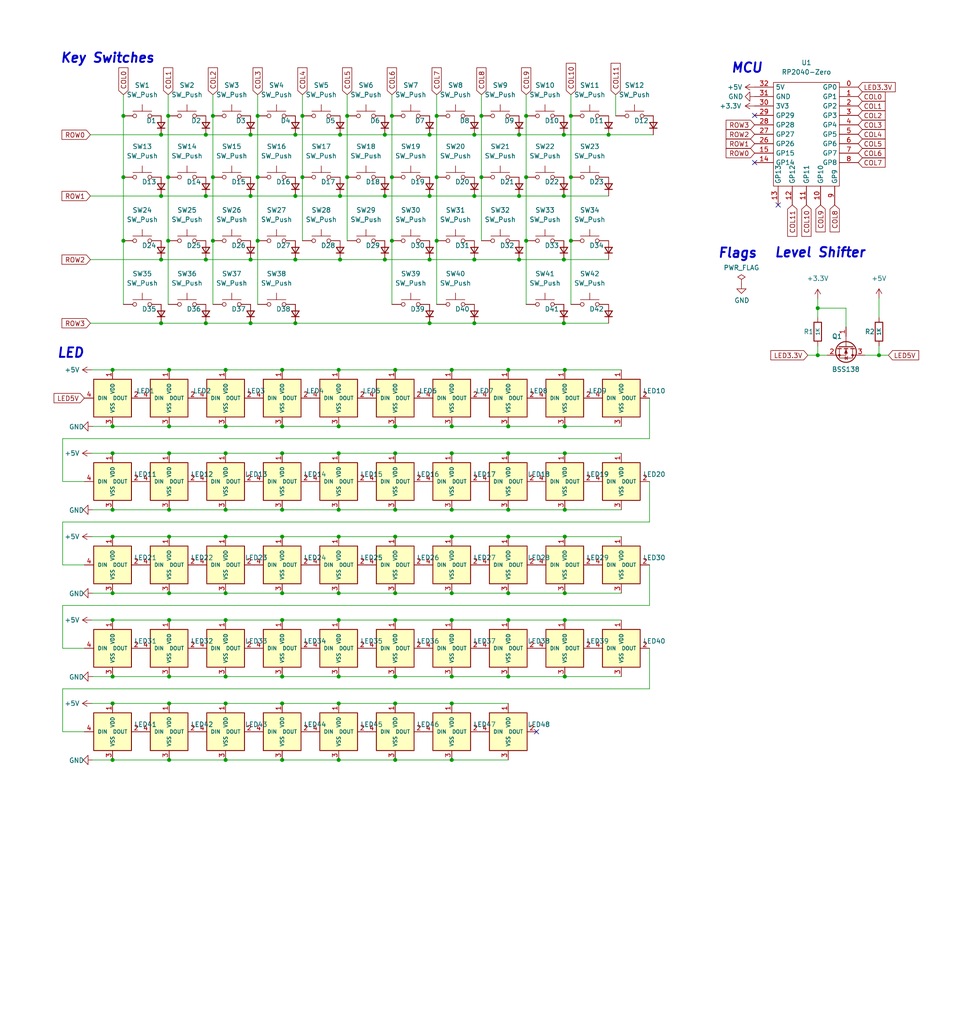
<source format=kicad_sch>
(kicad_sch (version 20230121) (generator eeschema)
  (paper "User" 260.985 275.996)
  (junction (at 106.553 204.851))
  (junction (at 43.434 52.832))
  (junction (at 153.924 64.897))
  (junction (at 67.564 52.832))
  (junction (at 121.793 159.893))
  (junction (at 91.313 144.653))
  (junction (at 91.313 204.851))
  (junction (at 115.824 69.977))
  (junction (at 33.274 64.897))
  (junction (at 121.793 167.132))
  (junction (at 137.033 137.414))
  (junction (at 152.019 87.122))
  (junction (at 103.759 52.832))
  (junction (at 137.033 122.174))
  (junction (at 76.073 144.653))
  (junction (at 60.833 122.174))
  (junction (at 43.434 87.122))
  (junction (at 60.833 204.851))
  (junction (at 137.033 167.132))
  (junction (at 91.313 167.132))
  (junction (at 141.859 47.752))
  (junction (at 105.664 64.897))
  (junction (at 76.073 159.893))
  (junction (at 127.889 36.322))
  (junction (at 106.553 189.611))
  (junction (at 79.629 36.322))
  (junction (at 30.353 144.653))
  (junction (at 30.353 122.174))
  (junction (at 121.793 182.372))
  (junction (at 91.313 114.935))
  (junction (at 45.593 114.935))
  (junction (at 33.274 31.242))
  (junction (at 91.313 182.372))
  (junction (at 45.593 167.132))
  (junction (at 60.833 182.372))
  (junction (at 93.599 47.752))
  (junction (at 45.593 99.695))
  (junction (at 152.019 52.832))
  (junction (at 60.833 167.132))
  (junction (at 76.073 137.414))
  (junction (at 43.434 36.322))
  (junction (at 115.824 87.122))
  (junction (at 152.273 99.695))
  (junction (at 121.793 137.414))
  (junction (at 30.353 204.851))
  (junction (at 152.273 114.935))
  (junction (at 45.593 122.174))
  (junction (at 121.793 114.935))
  (junction (at 57.404 31.242))
  (junction (at 153.924 47.752))
  (junction (at 76.073 189.611))
  (junction (at 127.889 69.977))
  (junction (at 91.694 52.832))
  (junction (at 141.859 64.897))
  (junction (at 152.019 69.977))
  (junction (at 121.793 144.653))
  (junction (at 152.273 122.174))
  (junction (at 106.553 167.132))
  (junction (at 220.472 83.058))
  (junction (at 139.954 52.832))
  (junction (at 91.313 189.611))
  (junction (at 79.629 69.977))
  (junction (at 91.694 69.977))
  (junction (at 55.499 69.977))
  (junction (at 152.273 182.372))
  (junction (at 45.339 64.897))
  (junction (at 69.469 31.242))
  (junction (at 137.033 182.372))
  (junction (at 76.073 114.935))
  (junction (at 91.313 122.174))
  (junction (at 60.833 99.695))
  (junction (at 76.073 99.695))
  (junction (at 127.889 52.832))
  (junction (at 115.824 52.832))
  (junction (at 57.404 64.897))
  (junction (at 137.033 114.935))
  (junction (at 137.033 99.695))
  (junction (at 106.553 144.653))
  (junction (at 106.553 122.174))
  (junction (at 76.073 182.372))
  (junction (at 30.353 167.132))
  (junction (at 164.084 36.322))
  (junction (at 103.759 36.322))
  (junction (at 117.729 31.242))
  (junction (at 106.553 159.893))
  (junction (at 105.664 31.242))
  (junction (at 93.599 31.242))
  (junction (at 60.833 159.893))
  (junction (at 30.353 159.893))
  (junction (at 117.729 64.897))
  (junction (at 152.019 36.322))
  (junction (at 76.073 122.174))
  (junction (at 45.593 144.653))
  (junction (at 45.339 31.242))
  (junction (at 60.833 144.653))
  (junction (at 105.664 47.752))
  (junction (at 91.313 159.893))
  (junction (at 45.593 189.611))
  (junction (at 45.593 204.851))
  (junction (at 153.924 31.242))
  (junction (at 60.833 137.414))
  (junction (at 121.793 204.851))
  (junction (at 33.274 47.752))
  (junction (at 45.593 159.893))
  (junction (at 30.353 137.414))
  (junction (at 55.499 87.122))
  (junction (at 106.553 137.414))
  (junction (at 30.353 182.372))
  (junction (at 57.404 47.752))
  (junction (at 137.033 159.893))
  (junction (at 43.434 69.977))
  (junction (at 55.499 52.832))
  (junction (at 141.859 31.242))
  (junction (at 115.824 36.322))
  (junction (at 106.553 99.695))
  (junction (at 152.273 137.414))
  (junction (at 69.469 64.897))
  (junction (at 60.833 189.611))
  (junction (at 91.313 99.695))
  (junction (at 220.472 95.758))
  (junction (at 76.073 204.851))
  (junction (at 103.759 69.977))
  (junction (at 30.353 99.695))
  (junction (at 152.273 144.653))
  (junction (at 152.273 167.132))
  (junction (at 139.954 36.322))
  (junction (at 91.694 36.322))
  (junction (at 67.564 69.977))
  (junction (at 152.273 159.893))
  (junction (at 106.553 114.935))
  (junction (at 55.499 36.322))
  (junction (at 139.954 69.977))
  (junction (at 137.033 144.653))
  (junction (at 79.629 52.832))
  (junction (at 121.793 189.611))
  (junction (at 91.313 137.414))
  (junction (at 79.629 87.122))
  (junction (at 236.982 95.758))
  (junction (at 127.889 87.122))
  (junction (at 69.469 47.752))
  (junction (at 45.593 137.414))
  (junction (at 45.339 47.752))
  (junction (at 106.553 182.372))
  (junction (at 60.833 114.935))
  (junction (at 67.564 87.122))
  (junction (at 30.353 189.611))
  (junction (at 76.073 167.132))
  (junction (at 121.793 122.174))
  (junction (at 121.793 99.695))
  (junction (at 81.534 31.242))
  (junction (at 45.593 182.372))
  (junction (at 81.534 47.752))
  (junction (at 30.353 114.935))
  (junction (at 129.794 31.242))
  (junction (at 67.564 36.322))
  (junction (at 117.729 47.752))
  (junction (at 129.794 47.752))
  (no_connect (at 144.653 197.231))
  (no_connect (at 203.454 43.815))
  (no_connect (at 203.454 31.115))
  (no_connect (at 209.804 55.245))
  (wire (pts (xy 60.833 189.611) (xy 76.073 189.611)))
  (wire (pts (xy 152.019 87.122) (xy 164.084 87.122)))
  (wire (pts (xy 129.794 47.752) (xy 129.794 64.897)))
  (wire (pts (xy 152.273 99.695) (xy 167.513 99.695)))
  (wire (pts (xy 141.859 31.242) (xy 141.859 47.752)))
  (wire (pts (xy 43.434 36.322) (xy 55.499 36.322)))
  (wire (pts (xy 30.353 122.174) (xy 45.593 122.174)))
  (wire (pts (xy 121.793 189.611) (xy 137.033 189.611)))
  (wire (pts (xy 30.353 159.893) (xy 45.593 159.893)))
  (wire (pts (xy 220.472 95.758) (xy 223.012 95.758)))
  (wire (pts (xy 228.092 83.058) (xy 228.092 88.138)))
  (wire (pts (xy 152.273 167.132) (xy 167.513 167.132)))
  (wire (pts (xy 91.313 144.653) (xy 106.553 144.653)))
  (wire (pts (xy 105.664 47.752) (xy 105.664 64.897)))
  (wire (pts (xy 55.499 52.832) (xy 67.564 52.832)))
  (wire (pts (xy 152.273 159.893) (xy 167.513 159.893)))
  (wire (pts (xy 152.273 137.414) (xy 167.513 137.414)))
  (wire (pts (xy 106.553 159.893) (xy 121.793 159.893)))
  (wire (pts (xy 93.599 25.527) (xy 93.599 31.242)))
  (wire (pts (xy 57.404 25.527) (xy 57.404 31.242)))
  (wire (pts (xy 175.133 152.273) (xy 175.133 163.195)))
  (wire (pts (xy 139.954 52.832) (xy 152.019 52.832)))
  (wire (pts (xy 16.891 152.273) (xy 22.733 152.273)))
  (wire (pts (xy 30.353 137.414) (xy 45.593 137.414)))
  (wire (pts (xy 25.019 159.893) (xy 30.353 159.893)))
  (wire (pts (xy 45.593 122.174) (xy 60.833 122.174)))
  (wire (pts (xy 91.313 122.174) (xy 106.553 122.174)))
  (wire (pts (xy 115.824 87.122) (xy 127.889 87.122)))
  (wire (pts (xy 106.553 137.414) (xy 121.793 137.414)))
  (wire (pts (xy 24.384 52.832) (xy 43.434 52.832)))
  (wire (pts (xy 67.564 36.322) (xy 79.629 36.322)))
  (wire (pts (xy 121.793 182.372) (xy 137.033 182.372)))
  (wire (pts (xy 106.553 122.174) (xy 121.793 122.174)))
  (wire (pts (xy 55.499 36.322) (xy 67.564 36.322)))
  (wire (pts (xy 55.499 87.122) (xy 67.564 87.122)))
  (wire (pts (xy 16.891 174.752) (xy 22.733 174.752)))
  (wire (pts (xy 106.553 204.851) (xy 121.793 204.851)))
  (wire (pts (xy 106.553 144.653) (xy 121.793 144.653)))
  (wire (pts (xy 117.729 47.752) (xy 117.729 64.897)))
  (wire (pts (xy 33.274 47.752) (xy 33.274 64.897)))
  (wire (pts (xy 115.824 36.322) (xy 127.889 36.322)))
  (wire (pts (xy 121.793 144.653) (xy 137.033 144.653)))
  (wire (pts (xy 45.593 204.851) (xy 60.833 204.851)))
  (wire (pts (xy 24.765 189.611) (xy 30.353 189.611)))
  (wire (pts (xy 25.019 182.372) (xy 30.353 182.372)))
  (wire (pts (xy 45.593 144.653) (xy 60.833 144.653)))
  (wire (pts (xy 220.472 93.218) (xy 220.472 95.758)))
  (wire (pts (xy 175.133 140.716) (xy 16.891 140.716)))
  (wire (pts (xy 30.353 144.653) (xy 45.593 144.653)))
  (wire (pts (xy 175.133 174.752) (xy 175.133 185.674)))
  (wire (pts (xy 79.629 52.832) (xy 91.694 52.832)))
  (wire (pts (xy 30.353 182.372) (xy 45.593 182.372)))
  (wire (pts (xy 76.073 167.132) (xy 91.313 167.132)))
  (wire (pts (xy 103.759 36.322) (xy 115.824 36.322)))
  (wire (pts (xy 69.469 47.752) (xy 69.469 64.897)))
  (wire (pts (xy 81.534 31.242) (xy 81.534 47.752)))
  (wire (pts (xy 16.891 197.231) (xy 22.733 197.231)))
  (wire (pts (xy 175.133 118.237) (xy 16.891 118.237)))
  (wire (pts (xy 16.891 118.237) (xy 16.891 129.794)))
  (wire (pts (xy 76.073 182.372) (xy 91.313 182.372)))
  (wire (pts (xy 45.593 137.414) (xy 60.833 137.414)))
  (wire (pts (xy 127.889 52.832) (xy 139.954 52.832)))
  (wire (pts (xy 91.694 69.977) (xy 103.759 69.977)))
  (wire (pts (xy 16.891 174.752) (xy 16.891 163.195)))
  (wire (pts (xy 127.889 87.122) (xy 152.019 87.122)))
  (wire (pts (xy 45.593 189.611) (xy 60.833 189.611)))
  (wire (pts (xy 76.073 99.695) (xy 91.313 99.695)))
  (wire (pts (xy 33.274 64.897) (xy 33.274 82.042)))
  (wire (pts (xy 91.694 52.832) (xy 103.759 52.832)))
  (wire (pts (xy 115.824 52.832) (xy 127.889 52.832)))
  (wire (pts (xy 16.891 152.273) (xy 16.891 140.716)))
  (wire (pts (xy 91.313 189.611) (xy 106.553 189.611)))
  (wire (pts (xy 30.353 167.132) (xy 45.593 167.132)))
  (wire (pts (xy 121.793 159.893) (xy 137.033 159.893)))
  (wire (pts (xy 127.889 69.977) (xy 139.954 69.977)))
  (wire (pts (xy 67.564 69.977) (xy 79.629 69.977)))
  (wire (pts (xy 175.133 163.195) (xy 16.891 163.195)))
  (wire (pts (xy 139.954 36.322) (xy 152.019 36.322)))
  (wire (pts (xy 60.833 137.414) (xy 76.073 137.414)))
  (wire (pts (xy 141.859 25.527) (xy 141.859 31.242)))
  (wire (pts (xy 76.073 114.935) (xy 91.313 114.935)))
  (wire (pts (xy 233.172 95.758) (xy 236.982 95.758)))
  (wire (pts (xy 76.073 204.851) (xy 91.313 204.851)))
  (wire (pts (xy 152.019 69.977) (xy 164.084 69.977)))
  (wire (pts (xy 153.924 25.527) (xy 153.924 31.242)))
  (wire (pts (xy 76.073 144.653) (xy 91.313 144.653)))
  (wire (pts (xy 60.833 99.695) (xy 76.073 99.695)))
  (wire (pts (xy 60.833 114.935) (xy 76.073 114.935)))
  (wire (pts (xy 60.833 122.174) (xy 76.073 122.174)))
  (wire (pts (xy 175.133 107.315) (xy 175.133 118.237)))
  (wire (pts (xy 121.793 167.132) (xy 137.033 167.132)))
  (wire (pts (xy 105.664 64.897) (xy 105.664 82.042)))
  (wire (pts (xy 33.274 25.527) (xy 33.274 31.242)))
  (wire (pts (xy 45.339 64.897) (xy 45.339 82.042)))
  (wire (pts (xy 137.033 99.695) (xy 152.273 99.695)))
  (wire (pts (xy 43.434 69.977) (xy 55.499 69.977)))
  (wire (pts (xy 91.694 36.322) (xy 103.759 36.322)))
  (wire (pts (xy 45.593 159.893) (xy 60.833 159.893)))
  (wire (pts (xy 175.133 185.674) (xy 16.891 185.674)))
  (wire (pts (xy 43.434 52.832) (xy 55.499 52.832)))
  (wire (pts (xy 60.833 204.851) (xy 76.073 204.851)))
  (wire (pts (xy 93.599 47.752) (xy 93.599 64.897)))
  (wire (pts (xy 33.274 31.242) (xy 33.274 47.752)))
  (wire (pts (xy 141.859 47.752) (xy 141.859 64.897)))
  (wire (pts (xy 91.313 137.414) (xy 106.553 137.414)))
  (wire (pts (xy 57.404 64.897) (xy 57.404 82.042)))
  (wire (pts (xy 121.793 122.174) (xy 137.033 122.174)))
  (wire (pts (xy 175.133 129.794) (xy 175.133 140.716)))
  (wire (pts (xy 24.384 87.122) (xy 43.434 87.122)))
  (wire (pts (xy 236.982 95.758) (xy 239.522 95.758)))
  (wire (pts (xy 121.793 114.935) (xy 137.033 114.935)))
  (wire (pts (xy 129.794 31.242) (xy 129.794 47.752)))
  (wire (pts (xy 137.033 114.935) (xy 152.273 114.935)))
  (wire (pts (xy 220.472 83.058) (xy 228.092 83.058)))
  (wire (pts (xy 152.273 114.935) (xy 167.513 114.935)))
  (wire (pts (xy 79.629 87.122) (xy 115.824 87.122)))
  (wire (pts (xy 127.889 36.322) (xy 139.954 36.322)))
  (wire (pts (xy 137.033 137.414) (xy 152.273 137.414)))
  (wire (pts (xy 60.833 144.653) (xy 76.073 144.653)))
  (wire (pts (xy 139.954 69.977) (xy 152.019 69.977)))
  (wire (pts (xy 67.564 52.832) (xy 79.629 52.832)))
  (wire (pts (xy 30.353 189.611) (xy 45.593 189.611)))
  (wire (pts (xy 45.593 182.372) (xy 60.833 182.372)))
  (wire (pts (xy 141.859 64.897) (xy 141.859 82.042)))
  (wire (pts (xy 16.891 197.231) (xy 16.891 185.674)))
  (wire (pts (xy 60.833 167.132) (xy 76.073 167.132)))
  (wire (pts (xy 220.472 85.598) (xy 220.472 83.058)))
  (wire (pts (xy 106.553 99.695) (xy 121.793 99.695)))
  (wire (pts (xy 45.593 114.935) (xy 60.833 114.935)))
  (wire (pts (xy 220.472 80.518) (xy 220.472 83.058)))
  (wire (pts (xy 69.469 25.527) (xy 69.469 31.242)))
  (wire (pts (xy 67.564 87.122) (xy 79.629 87.122)))
  (wire (pts (xy 79.629 69.977) (xy 91.694 69.977)))
  (wire (pts (xy 91.313 204.851) (xy 106.553 204.851)))
  (wire (pts (xy 24.384 69.977) (xy 43.434 69.977)))
  (wire (pts (xy 24.384 36.322) (xy 43.434 36.322)))
  (wire (pts (xy 76.073 159.893) (xy 91.313 159.893)))
  (wire (pts (xy 236.982 80.391) (xy 236.982 85.598)))
  (wire (pts (xy 43.434 87.122) (xy 55.499 87.122)))
  (wire (pts (xy 106.553 182.372) (xy 121.793 182.372)))
  (wire (pts (xy 153.924 47.752) (xy 153.924 64.897)))
  (wire (pts (xy 45.339 25.527) (xy 45.339 31.242)))
  (wire (pts (xy 45.339 31.242) (xy 45.339 47.752)))
  (wire (pts (xy 117.729 64.897) (xy 117.729 82.042)))
  (wire (pts (xy 91.313 99.695) (xy 106.553 99.695)))
  (wire (pts (xy 69.469 31.242) (xy 69.469 47.752)))
  (wire (pts (xy 137.033 167.132) (xy 152.273 167.132)))
  (wire (pts (xy 45.339 47.752) (xy 45.339 64.897)))
  (wire (pts (xy 117.729 31.242) (xy 117.729 47.752)))
  (wire (pts (xy 45.593 167.132) (xy 60.833 167.132)))
  (wire (pts (xy 152.019 36.322) (xy 164.084 36.322)))
  (wire (pts (xy 25.019 114.935) (xy 30.353 114.935)))
  (wire (pts (xy 217.805 95.758) (xy 220.472 95.758)))
  (wire (pts (xy 81.534 25.527) (xy 81.534 31.242)))
  (wire (pts (xy 103.759 52.832) (xy 115.824 52.832)))
  (wire (pts (xy 152.273 144.653) (xy 167.513 144.653)))
  (wire (pts (xy 106.553 167.132) (xy 121.793 167.132)))
  (wire (pts (xy 129.794 25.527) (xy 129.794 31.242)))
  (wire (pts (xy 76.073 122.174) (xy 91.313 122.174)))
  (wire (pts (xy 121.793 137.414) (xy 137.033 137.414)))
  (wire (pts (xy 165.989 25.527) (xy 165.989 31.242)))
  (wire (pts (xy 24.765 167.132) (xy 30.353 167.132)))
  (wire (pts (xy 60.833 159.893) (xy 76.073 159.893)))
  (wire (pts (xy 81.534 47.752) (xy 81.534 64.897)))
  (wire (pts (xy 57.404 47.752) (xy 57.404 64.897)))
  (wire (pts (xy 236.982 93.218) (xy 236.982 95.758)))
  (wire (pts (xy 164.084 36.322) (xy 176.149 36.322)))
  (wire (pts (xy 91.313 167.132) (xy 106.553 167.132)))
  (wire (pts (xy 24.765 122.174) (xy 30.353 122.174)))
  (wire (pts (xy 152.273 182.372) (xy 167.513 182.372)))
  (wire (pts (xy 152.273 122.174) (xy 167.513 122.174)))
  (wire (pts (xy 121.793 204.851) (xy 137.033 204.851)))
  (wire (pts (xy 25.019 137.414) (xy 30.353 137.414)))
  (wire (pts (xy 76.073 137.414) (xy 91.313 137.414)))
  (wire (pts (xy 93.599 31.242) (xy 93.599 47.752)))
  (wire (pts (xy 79.629 36.322) (xy 91.694 36.322)))
  (wire (pts (xy 69.469 64.897) (xy 69.469 82.042)))
  (wire (pts (xy 121.793 99.695) (xy 137.033 99.695)))
  (wire (pts (xy 55.499 69.977) (xy 67.564 69.977)))
  (wire (pts (xy 153.924 64.897) (xy 153.924 82.042)))
  (wire (pts (xy 24.765 99.695) (xy 30.353 99.695)))
  (wire (pts (xy 30.353 204.851) (xy 45.593 204.851)))
  (wire (pts (xy 106.553 114.935) (xy 121.793 114.935)))
  (wire (pts (xy 91.313 114.935) (xy 106.553 114.935)))
  (wire (pts (xy 106.553 189.611) (xy 121.793 189.611)))
  (wire (pts (xy 57.404 31.242) (xy 57.404 47.752)))
  (wire (pts (xy 117.729 25.527) (xy 117.729 31.242)))
  (wire (pts (xy 24.765 144.653) (xy 30.353 144.653)))
  (wire (pts (xy 137.033 144.653) (xy 152.273 144.653)))
  (wire (pts (xy 60.833 182.372) (xy 76.073 182.372)))
  (wire (pts (xy 137.033 122.174) (xy 152.273 122.174)))
  (wire (pts (xy 115.824 69.977) (xy 127.889 69.977)))
  (wire (pts (xy 30.353 99.695) (xy 45.593 99.695)))
  (wire (pts (xy 105.664 31.242) (xy 105.664 47.752)))
  (wire (pts (xy 30.353 114.935) (xy 45.593 114.935)))
  (wire (pts (xy 137.033 182.372) (xy 152.273 182.372)))
  (wire (pts (xy 91.313 159.893) (xy 106.553 159.893)))
  (wire (pts (xy 76.073 189.611) (xy 91.313 189.611)))
  (wire (pts (xy 105.664 25.527) (xy 105.664 31.242)))
  (wire (pts (xy 137.033 159.893) (xy 152.273 159.893)))
  (wire (pts (xy 45.593 99.695) (xy 60.833 99.695)))
  (wire (pts (xy 153.924 31.242) (xy 153.924 47.752)))
  (wire (pts (xy 16.891 129.794) (xy 22.733 129.794)))
  (wire (pts (xy 91.313 182.372) (xy 106.553 182.372)))
  (wire (pts (xy 152.019 52.832) (xy 164.084 52.832)))
  (wire (pts (xy 25.019 204.851) (xy 30.353 204.851)))
  (wire (pts (xy 103.759 69.977) (xy 115.824 69.977)))
  (text "MCU" (at 196.977 19.939 0) (effects (font (size 2.54 2.54) (thickness 0.508) bold italic) (justify left bottom)))
  (text "LED" (at 15.24 96.774 0) (effects (font (size 2.54 2.54) (thickness 0.508) bold italic) (justify left bottom)))
  (text "Flags" (at 193.421 69.85 0) (effects (font (size 2.54 2.54) (thickness 0.508) bold italic) (justify left bottom)))
  (text "Level Shifter" (at 208.661 69.723 0) (effects (font (size 2.54 2.54) (thickness 0.508) bold italic) (justify left bottom)))
  (text "Key Switches" (at 16.129 17.272 0) (effects (font (size 2.54 2.54) (thickness 0.508) bold italic) (justify left bottom)))
  (global_label "ROW0" (shape input) (at 203.454 41.275 180) (property "Intersheetrefs" "${INTERSHEET_REFS}" (effects hide)))
  (global_label "COL3" (shape input) (at 69.469 25.527 90) (property "Intersheetrefs" "${INTERSHEET_REFS}" (effects hide)))
  (global_label "COL10" (shape input) (at 153.924 25.527 90) (property "Intersheetrefs" "${INTERSHEET_REFS}" (effects hide)))
  (global_label "ROW1" (shape input) (at 24.384 52.832 180) (property "Intersheetrefs" "${INTERSHEET_REFS}" (effects hide)))
  (global_label "COL4" (shape input) (at 81.534 25.527 90) (property "Intersheetrefs" "${INTERSHEET_REFS}" (effects hide)))
  (global_label "COL5" (shape input) (at 93.599 25.527 90) (property "Intersheetrefs" "${INTERSHEET_REFS}" (effects hide)))
  (global_label "COL9" (shape input) (at 221.234 55.245 270) (property "Intersheetrefs" "${INTERSHEET_REFS}" (effects hide)))
  (global_label "COL2" (shape input) (at 57.404 25.527 90) (property "Intersheetrefs" "${INTERSHEET_REFS}" (effects hide)))
  (global_label "COL2" (shape input) (at 231.394 31.115 0) (property "Intersheetrefs" "${INTERSHEET_REFS}" (effects hide)))
  (global_label "COL10" (shape input) (at 217.424 55.245 270) (property "Intersheetrefs" "${INTERSHEET_REFS}" (effects hide)))
  (global_label "LED3.3V" (shape input) (at 217.805 95.758 180) (property "Intersheetrefs" "${INTERSHEET_REFS}" (effects hide)) (property "シート間のリファレンス" "${INTERSHEET_REFS}" (effects hide)))
  (global_label "COL5" (shape input) (at 231.394 38.735 0) (property "Intersheetrefs" "${INTERSHEET_REFS}" (effects hide)))
  (global_label "COL0" (shape input) (at 33.274 25.527 90) (property "Intersheetrefs" "${INTERSHEET_REFS}" (effects hide)))
  (global_label "COL4" (shape input) (at 231.394 36.195 0) (property "Intersheetrefs" "${INTERSHEET_REFS}" (effects hide)))
  (global_label "COL8" (shape input) (at 225.044 55.245 270) (property "Intersheetrefs" "${INTERSHEET_REFS}" (effects hide)))
  (global_label "ROW2" (shape input) (at 203.454 36.195 180) (property "Intersheetrefs" "${INTERSHEET_REFS}" (effects hide)))
  (global_label "COL11" (shape input) (at 165.989 25.527 90) (property "Intersheetrefs" "${INTERSHEET_REFS}" (effects hide)))
  (global_label "COL3" (shape input) (at 231.394 33.655 0) (property "Intersheetrefs" "${INTERSHEET_REFS}" (effects hide)))
  (global_label "COL8" (shape input) (at 129.794 25.527 90) (property "Intersheetrefs" "${INTERSHEET_REFS}" (effects hide)))
  (global_label "ROW0" (shape input) (at 24.384 36.322 180) (property "Intersheetrefs" "${INTERSHEET_REFS}" (effects hide)))
  (global_label "ROW1" (shape input) (at 203.454 38.735 180) (property "Intersheetrefs" "${INTERSHEET_REFS}" (effects hide)))
  (global_label "LED3.3V" (shape input) (at 231.394 23.495 0) (property "Intersheetrefs" "${INTERSHEET_REFS}" (effects hide)) (property "シート間のリファレンス" "${INTERSHEET_REFS}" (effects hide)))
  (global_label "LED5V" (shape input) (at 22.733 107.315 180) (property "Intersheetrefs" "${INTERSHEET_REFS}" (effects hide)) (property "シート間のリファレンス" "${INTERSHEET_REFS}" (effects hide)))
  (global_label "LED5V" (shape input) (at 239.522 95.758 0) (property "Intersheetrefs" "${INTERSHEET_REFS}" (effects hide)) (property "シート間のリファレンス" "${INTERSHEET_REFS}" (effects hide)))
  (global_label "COL6" (shape input) (at 105.664 25.527 90) (property "Intersheetrefs" "${INTERSHEET_REFS}" (effects hide)))
  (global_label "COL9" (shape input) (at 141.859 25.527 90) (property "Intersheetrefs" "${INTERSHEET_REFS}" (effects hide)))
  (global_label "COL1" (shape input) (at 231.394 28.575 0) (property "Intersheetrefs" "${INTERSHEET_REFS}" (effects hide)))
  (global_label "ROW3" (shape input) (at 203.454 33.655 180) (property "Intersheetrefs" "${INTERSHEET_REFS}" (effects hide)))
  (global_label "ROW2" (shape input) (at 24.384 69.977 180) (property "Intersheetrefs" "${INTERSHEET_REFS}" (effects hide)))
  (global_label "COL7" (shape input) (at 117.729 25.527 90) (property "Intersheetrefs" "${INTERSHEET_REFS}" (effects hide)))
  (global_label "COL6" (shape input) (at 231.394 41.275 0) (property "Intersheetrefs" "${INTERSHEET_REFS}" (effects hide)))
  (global_label "COL11" (shape input) (at 213.614 55.245 270) (property "Intersheetrefs" "${INTERSHEET_REFS}" (effects hide)))
  (global_label "COL7" (shape input) (at 231.394 43.815 0) (property "Intersheetrefs" "${INTERSHEET_REFS}" (effects hide)))
  (global_label "COL0" (shape input) (at 231.394 26.035 0) (property "Intersheetrefs" "${INTERSHEET_REFS}" (effects hide)))
  (global_label "ROW3" (shape input) (at 24.384 87.122 180) (property "Intersheetrefs" "${INTERSHEET_REFS}" (effects hide)))
  (global_label "COL1" (shape input) (at 45.339 25.527 90) (property "Intersheetrefs" "${INTERSHEET_REFS}" (effects hide)))
  (symbol (lib_id "Noraneko:SK6812MINI-E") (at 45.593 129.794 0) (unit 1)
    (property "Reference" "LED12" (at 54.483 127.8496 0))
    (property "Value" "SK6812MINI-E" (effects hide))
    (property "Footprint" "Noraneko:SK6812MINI-E" (effects hide))
  )
  (symbol (lib_id "Switch:SW_Push") (at 74.549 64.897 0) (unit 1)
    (property "Reference" "SW27" (at 74.549 56.642 0))
    (property "Value" "SW_Push" (at 74.549 59.182 0))
    (property "Footprint" "Noraneko:MX_Socket" (effects hide))
  )
  (symbol (lib_id "Switch:SW_Push") (at 50.419 82.042 0) (unit 1)
    (property "Reference" "SW36" (at 50.419 73.787 0))
    (property "Value" "SW_Push" (at 50.419 76.327 0))
    (property "Footprint" "Noraneko:MX_Socket_1.25U" (effects hide))
  )
  (symbol (lib_id "Switch:SW_Push") (at 50.419 47.752 0) (unit 1)
    (property "Reference" "SW14" (at 50.419 39.497 0))
    (property "Value" "SW_Push" (at 50.419 42.037 0))
    (property "Footprint" "Noraneko:MX_Socket" (effects hide))
  )
  (symbol (lib_id "Noraneko:SK6812MINI-E") (at 45.593 107.315 0) (unit 1)
    (property "Reference" "LED2" (at 54.483 105.3706 0))
    (property "Value" "SK6812MINI-E" (effects hide))
    (property "Footprint" "Noraneko:SK6812MINI-E" (effects hide))
  )
  (symbol (lib_id "Switch:SW_Push") (at 122.809 64.897 0) (unit 1)
    (property "Reference" "SW31" (at 122.809 56.642 0))
    (property "Value" "SW_Push" (at 122.809 59.182 0))
    (property "Footprint" "Noraneko:MX_Socket" (effects hide))
  )
  (symbol (lib_id "Noraneko:SK6812MINI-E") (at 106.553 174.752 0) (unit 1)
    (property "Reference" "LED36" (at 115.443 172.8076 0))
    (property "Value" "SK6812MINI-E" (effects hide))
    (property "Footprint" "Noraneko:SK6812MINI-E" (effects hide))
  )
  (symbol (lib_id "Device:R") (at 236.982 89.408 0) (unit 1)
    (property "Reference" "R2" (at 233.172 89.408 0) (effects (justify left)))
    (property "Value" "1K" (at 236.982 89.408 90) (effects (font (size 0.9906 0.9906))))
    (property "Footprint" "Resistor_THT:R_Axial_DIN0207_L6.3mm_D2.5mm_P7.62mm_Horizontal" (effects hide))
  )
  (symbol (lib_id "Noraneko:SK6812MINI-E") (at 76.073 107.315 0) (unit 1)
    (property "Reference" "LED4" (at 84.963 105.3706 0))
    (property "Value" "SK6812MINI-E" (effects hide))
    (property "Footprint" "Noraneko:SK6812MINI-E" (effects hide))
  )
  (symbol (lib_id "Noraneko:SK6812MINI-E") (at 121.793 129.794 0) (unit 1)
    (property "Reference" "LED17" (at 130.683 127.8496 0))
    (property "Value" "SK6812MINI-E" (effects hide))
    (property "Footprint" "Noraneko:SK6812MINI-E" (effects hide))
  )
  (symbol (lib_id "Device:D_Small") (at 164.084 84.582 90) (unit 1)
    (property "Reference" "D42" (at 162.814 83.312 90) (effects (justify left)))
    (property "Value" "D" (effects hide))
    (property "Footprint" "Noraneko:1N4148W" (effects hide))
    (property "LCSC" "C81598" (effects hide))
    (property "Sim.Device" "D" (effects hide))
    (property "Sim.Pins" "1=K 2=A" (effects hide))
  )
  (symbol (lib_id "Noraneko:SK6812MINI-E") (at 91.313 174.752 0) (unit 1)
    (property "Reference" "LED35" (at 100.203 172.8076 0))
    (property "Value" "SK6812MINI-E" (effects hide))
    (property "Footprint" "Noraneko:SK6812MINI-E" (effects hide))
  )
  (symbol (lib_id "Noraneko:SK6812MINI-E") (at 167.513 174.752 0) (unit 1)
    (property "Reference" "LED40" (at 176.403 172.8076 0))
    (property "Value" "SK6812MINI-E" (effects hide))
    (property "Footprint" "Noraneko:SK6812MINI-E" (effects hide))
  )
  (symbol (lib_id "Transistor_FET:BSS138") (at 228.092 93.218 270) (unit 1)
    (property "Reference" "Q1" (at 224.282 90.678 90) (effects (justify left)))
    (property "Value" "BSS138" (at 224.282 99.568 90) (effects (justify left)))
    (property "Footprint" "Package_TO_SOT_SMD:SOT-23" (effects hide))
    (property "Datasheet" "https://www.onsemi.com/pub/Collateral/BSS138-D.PDF" (effects hide))
    (property "LCSC" "C2874697" (effects hide))
  )
  (symbol (lib_id "Switch:SW_Push") (at 171.069 31.242 0) (unit 1)
    (property "Reference" "SW12" (at 171.069 22.987 0))
    (property "Value" "SW_Push" (at 171.069 25.527 0))
    (property "Footprint" "Noraneko:MX_Socket" (effects hide))
  )
  (symbol (lib_id "power:GND") (at 25.019 114.935 270) (unit 1)
    (property "Reference" "#PWR08" (effects hide))
    (property "Value" "GND" (at 20.6248 115.062 90))
  )
  (symbol (lib_id "Switch:SW_Push") (at 50.419 64.897 0) (unit 1)
    (property "Reference" "SW25" (at 50.419 56.642 0))
    (property "Value" "SW_Push" (at 50.419 59.182 0))
    (property "Footprint" "Noraneko:MX_Socket" (effects hide))
  )
  (symbol (lib_id "Noraneko:SK6812MINI-E") (at 91.313 152.273 0) (unit 1)
    (property "Reference" "LED25" (at 100.203 150.3286 0))
    (property "Value" "SK6812MINI-E" (effects hide))
    (property "Footprint" "Noraneko:SK6812MINI-E" (effects hide))
  )
  (symbol (lib_id "Switch:SW_Push") (at 38.354 47.752 0) (unit 1)
    (property "Reference" "SW13" (at 38.354 39.497 0))
    (property "Value" "SW_Push" (at 38.354 42.037 0))
    (property "Footprint" "Noraneko:MX_Socket_1.25U" (effects hide))
  )
  (symbol (lib_id "Device:D_Small") (at 152.019 84.582 90) (unit 1)
    (property "Reference" "D41" (at 150.749 83.312 90) (effects (justify left)))
    (property "Value" "D" (effects hide))
    (property "Footprint" "Noraneko:1N4148W" (effects hide))
    (property "LCSC" "C81598" (effects hide))
    (property "Sim.Device" "D" (effects hide))
    (property "Sim.Pins" "1=K 2=A" (effects hide))
  )
  (symbol (lib_id "Noraneko:SK6812MINI-E") (at 76.073 174.752 0) (unit 1)
    (property "Reference" "LED34" (at 84.963 172.8076 0))
    (property "Value" "SK6812MINI-E" (effects hide))
    (property "Footprint" "Noraneko:SK6812MINI-E" (effects hide))
  )
  (symbol (lib_id "Device:D_Small") (at 176.149 33.782 90) (unit 1)
    (property "Reference" "D12" (at 174.879 32.512 90) (effects (justify left)))
    (property "Value" "D" (effects hide))
    (property "Footprint" "Noraneko:1N4148W" (effects hide))
    (property "LCSC" "C81598" (effects hide))
    (property "Sim.Device" "D" (effects hide))
    (property "Sim.Pins" "1=K 2=A" (effects hide))
  )
  (symbol (lib_id "Device:D_Small") (at 164.084 67.437 90) (unit 1)
    (property "Reference" "D34" (at 162.814 66.167 90) (effects (justify left)))
    (property "Value" "D" (effects hide))
    (property "Footprint" "Noraneko:1N4148W" (effects hide))
    (property "LCSC" "C81598" (effects hide))
    (property "Sim.Device" "D" (effects hide))
    (property "Sim.Pins" "1=K 2=A" (effects hide))
  )
  (symbol (lib_id "Noraneko:SK6812MINI-E") (at 60.833 174.752 0) (unit 1)
    (property "Reference" "LED33" (at 69.088 172.8076 0))
    (property "Value" "SK6812MINI-E" (effects hide))
    (property "Footprint" "Noraneko:SK6812MINI-E_cat_right" (effects hide))
  )
  (symbol (lib_id "Switch:SW_Push") (at 134.874 31.242 0) (unit 1)
    (property "Reference" "SW9" (at 134.874 22.987 0))
    (property "Value" "SW_Push" (at 134.874 25.527 0))
    (property "Footprint" "Noraneko:MX_Socket" (effects hide))
  )
  (symbol (lib_id "Device:D_Small") (at 152.019 33.782 90) (unit 1)
    (property "Reference" "D10" (at 150.749 32.512 90) (effects (justify left)))
    (property "Value" "D" (effects hide))
    (property "Footprint" "Noraneko:1N4148W" (effects hide))
    (property "LCSC" "C81598" (effects hide))
    (property "Sim.Device" "D" (effects hide))
    (property "Sim.Pins" "1=K 2=A" (effects hide))
  )
  (symbol (lib_id "power:GND") (at 25.019 159.893 270) (unit 1)
    (property "Reference" "#PWR012" (effects hide))
    (property "Value" "GND" (at 20.6248 160.02 90))
  )
  (symbol (lib_id "Switch:SW_Push") (at 38.354 82.042 0) (unit 1)
    (property "Reference" "SW35" (at 38.354 73.787 0))
    (property "Value" "SW_Push" (at 38.354 76.327 0))
    (property "Footprint" "Noraneko:MX_Socket" (effects hide))
  )
  (symbol (lib_id "Noraneko:SK6812MINI-E") (at 91.313 107.315 0) (unit 1)
    (property "Reference" "LED5" (at 100.203 105.3706 0))
    (property "Value" "SK6812MINI-E" (effects hide))
    (property "Footprint" "Noraneko:SK6812MINI-E" (effects hide))
  )
  (symbol (lib_id "Switch:SW_Push") (at 86.614 47.752 0) (unit 1)
    (property "Reference" "SW17" (at 86.614 39.497 0))
    (property "Value" "SW_Push" (at 86.614 42.037 0))
    (property "Footprint" "Noraneko:MX_Socket" (effects hide))
  )
  (symbol (lib_id "Noraneko:SK6812MINI-E") (at 45.593 174.752 0) (unit 1)
    (property "Reference" "LED32" (at 54.483 172.8076 0))
    (property "Value" "SK6812MINI-E" (effects hide))
    (property "Footprint" "Noraneko:SK6812MINI-E" (effects hide))
  )
  (symbol (lib_id "Device:D_Small") (at 43.434 50.292 90) (unit 1)
    (property "Reference" "D13" (at 42.164 49.022 90) (effects (justify left)))
    (property "Value" "D" (effects hide))
    (property "Footprint" "Noraneko:1N4148W" (effects hide))
    (property "LCSC" "C81598" (effects hide))
    (property "Sim.Device" "D" (effects hide))
    (property "Sim.Pins" "1=K 2=A" (effects hide))
  )
  (symbol (lib_id "Noraneko:SK6812MINI-E") (at 152.273 129.794 0) (unit 1)
    (property "Reference" "LED19" (at 161.163 127.8496 0))
    (property "Value" "SK6812MINI-E" (effects hide))
    (property "Footprint" "Noraneko:SK6812MINI-E" (effects hide))
  )
  (symbol (lib_id "power:PWR_FLAG") (at 199.898 76.581 0) (unit 1)
    (property "Reference" "#FLG01" (effects hide))
    (property "Value" "PWR_FLAG" (at 199.898 72.1614 0))
  )
  (symbol (lib_id "Device:D_Small") (at 67.564 67.437 90) (unit 1)
    (property "Reference" "D26" (at 66.294 66.167 90) (effects (justify left)))
    (property "Value" "D" (effects hide))
    (property "Footprint" "Noraneko:1N4148W" (effects hide))
    (property "LCSC" "C81598" (effects hide))
    (property "Sim.Device" "D" (effects hide))
    (property "Sim.Pins" "1=K 2=A" (effects hide))
  )
  (symbol (lib_id "Noraneko:SK6812MINI-E") (at 152.273 174.752 0) (unit 1)
    (property "Reference" "LED39" (at 161.163 172.8076 0))
    (property "Value" "SK6812MINI-E" (effects hide))
    (property "Footprint" "Noraneko:SK6812MINI-E_cat_right" (effects hide))
  )
  (symbol (lib_id "Noraneko:SK6812MINI-E") (at 137.033 107.315 0) (unit 1)
    (property "Reference" "LED8" (at 145.288 105.3706 0))
    (property "Value" "SK6812MINI-E" (effects hide))
    (property "Footprint" "Noraneko:SK6812MINI-E" (effects hide))
  )
  (symbol (lib_id "Switch:SW_Push") (at 86.614 64.897 0) (unit 1)
    (property "Reference" "SW28" (at 86.614 56.642 0))
    (property "Value" "SW_Push" (at 86.614 59.182 0))
    (property "Footprint" "Noraneko:MX_Socket" (effects hide))
  )
  (symbol (lib_id "Noraneko:SK6812MINI-E") (at 45.593 152.273 0) (unit 1)
    (property "Reference" "LED22" (at 54.483 150.3286 0))
    (property "Value" "SK6812MINI-E" (effects hide))
    (property "Footprint" "Noraneko:SK6812MINI-E" (effects hide))
  )
  (symbol (lib_id "Noraneko:SK6812MINI-E") (at 121.793 152.273 0) (unit 1)
    (property "Reference" "LED27" (at 130.683 150.3286 0))
    (property "Value" "SK6812MINI-E" (effects hide))
    (property "Footprint" "Noraneko:SK6812MINI-E" (effects hide))
  )
  (symbol (lib_id "Switch:SW_Push") (at 146.939 64.897 0) (unit 1)
    (property "Reference" "SW33" (at 146.939 56.642 0))
    (property "Value" "SW_Push" (at 146.939 59.182 0))
    (property "Footprint" "Noraneko:MX_Socket" (effects hide))
  )
  (symbol (lib_id "Device:D_Small") (at 43.434 84.582 90) (unit 1)
    (property "Reference" "D35" (at 42.164 83.312 90) (effects (justify left)))
    (property "Value" "D" (effects hide))
    (property "Footprint" "Noraneko:1N4148W" (effects hide))
    (property "LCSC" "C81598" (effects hide))
    (property "Sim.Device" "D" (effects hide))
    (property "Sim.Pins" "1=K 2=A" (effects hide))
  )
  (symbol (lib_id "Switch:SW_Push") (at 110.744 64.897 0) (unit 1)
    (property "Reference" "SW30" (at 110.744 56.642 0))
    (property "Value" "SW_Push" (at 110.744 59.182 0))
    (property "Footprint" "Noraneko:MX_Socket" (effects hide))
  )
  (symbol (lib_id "Noraneko:SK6812MINI-E") (at 91.313 197.231 0) (unit 1)
    (property "Reference" "LED45" (at 100.203 195.2866 0))
    (property "Value" "SK6812MINI-E" (effects hide))
    (property "Footprint" "Noraneko:WS2812B_PLCC4_5.0x5.0mm" (effects hide))
  )
  (symbol (lib_id "power:GND") (at 25.019 137.414 270) (unit 1)
    (property "Reference" "#PWR010" (effects hide))
    (property "Value" "GND" (at 20.6248 137.541 90))
  )
  (symbol (lib_id "Switch:SW_Push") (at 159.004 82.042 0) (unit 1)
    (property "Reference" "SW42" (at 159.004 73.787 0))
    (property "Value" "SW_Push" (at 159.004 76.327 0))
    (property "Footprint" "Noraneko:MX_Socket" (effects hide))
  )
  (symbol (lib_id "Noraneko:SK6812MINI-E") (at 76.073 152.273 0) (unit 1)
    (property "Reference" "LED24" (at 84.963 150.3286 0))
    (property "Value" "SK6812MINI-E" (effects hide))
    (property "Footprint" "Noraneko:SK6812MINI-E" (effects hide))
  )
  (symbol (lib_id "Noraneko:SK6812MINI-E") (at 76.073 197.231 0) (unit 1)
    (property "Reference" "LED44" (at 84.963 195.2866 0))
    (property "Value" "SK6812MINI-E" (effects hide))
    (property "Footprint" "Noraneko:WS2812B_PLCC4_5.0x5.0mm" (effects hide))
  )
  (symbol (lib_id "Noraneko:SK6812MINI-E") (at 106.553 107.315 0) (unit 1)
    (property "Reference" "LED6" (at 115.443 105.3706 0))
    (property "Value" "SK6812MINI-E" (effects hide))
    (property "Footprint" "Noraneko:SK6812MINI-E" (effects hide))
  )
  (symbol (lib_id "Switch:SW_Push") (at 122.809 82.042 0) (unit 1)
    (property "Reference" "SW40" (at 122.809 73.787 0))
    (property "Value" "SW_Push" (at 122.809 76.327 0))
    (property "Footprint" "Noraneko:MX_Socket_1.25U" (effects hide))
  )
  (symbol (lib_id "Switch:SW_Push") (at 74.549 47.752 0) (unit 1)
    (property "Reference" "SW16" (at 74.549 39.497 0))
    (property "Value" "SW_Push" (at 74.549 42.037 0))
    (property "Footprint" "Noraneko:MX_Socket" (effects hide))
  )
  (symbol (lib_id "Noraneko:SK6812MINI-E") (at 106.553 152.273 0) (unit 1)
    (property "Reference" "LED26" (at 115.443 150.3286 0))
    (property "Value" "SK6812MINI-E" (effects hide))
    (property "Footprint" "Noraneko:SK6812MINI-E_cat_right" (effects hide))
  )
  (symbol (lib_id "Device:D_Small") (at 67.564 33.782 90) (unit 1)
    (property "Reference" "D3" (at 66.294 32.512 90) (effects (justify left)))
    (property "Value" "D" (effects hide))
    (property "Footprint" "Noraneko:1N4148W" (effects hide))
    (property "LCSC" "C81598" (effects hide))
    (property "Sim.Device" "D" (effects hide))
    (property "Sim.Pins" "1=K 2=A" (effects hide))
  )
  (symbol (lib_id "Noraneko:SK6812MINI-E") (at 106.553 129.794 0) (unit 1)
    (property "Reference" "LED16" (at 115.443 127.8496 0))
    (property "Value" "SK6812MINI-E" (effects hide))
    (property "Footprint" "Noraneko:SK6812MINI-E" (effects hide))
  )
  (symbol (lib_id "Switch:SW_Push") (at 62.484 64.897 0) (unit 1)
    (property "Reference" "SW26" (at 62.484 56.642 0))
    (property "Value" "SW_Push" (at 62.484 59.182 0))
    (property "Footprint" "Noraneko:MX_Socket" (effects hide))
  )
  (symbol (lib_id "Switch:SW_Push") (at 134.874 47.752 0) (unit 1)
    (property "Reference" "SW21" (at 134.874 39.497 0))
    (property "Value" "SW_Push" (at 134.874 42.037 0))
    (property "Footprint" "Noraneko:MX_Socket" (effects hide))
  )
  (symbol (lib_id "Noraneko:SK6812MINI-E") (at 121.793 197.231 0) (unit 1)
    (property "Reference" "LED47" (at 130.683 195.2866 0))
    (property "Value" "SK6812MINI-E" (effects hide))
    (property "Footprint" "Noraneko:WS2812B_PLCC4_5.0x5.0mm" (effects hide))
  )
  (symbol (lib_id "Device:D_Small") (at 127.889 84.582 90) (unit 1)
    (property "Reference" "D40" (at 126.619 83.312 90) (effects (justify left)))
    (property "Value" "D" (effects hide))
    (property "Footprint" "Noraneko:1N4148W" (effects hide))
    (property "LCSC" "C81598" (effects hide))
    (property "Sim.Device" "D" (effects hide))
    (property "Sim.Pins" "1=K 2=A" (effects hide))
  )
  (symbol (lib_id "Switch:SW_Push") (at 159.004 64.897 0) (unit 1)
    (property "Reference" "SW34" (at 159.004 56.642 0))
    (property "Value" "SW_Push" (at 159.004 59.182 0))
    (property "Footprint" "Noraneko:MX_Socket_1.25U" (effects hide))
  )
  (symbol (lib_id "Switch:SW_Push") (at 98.679 31.242 0) (unit 1)
    (property "Reference" "SW6" (at 98.679 22.987 0))
    (property "Value" "SW_Push" (at 98.679 25.527 0))
    (property "Footprint" "Noraneko:MX_Socket" (effects hide))
  )
  (symbol (lib_id "power:GND") (at 25.019 204.851 270) (unit 1)
    (property "Reference" "#PWR016" (effects hide))
    (property "Value" "GND" (at 20.6248 204.978 90))
  )
  (symbol (lib_id "Switch:SW_Push") (at 62.484 31.242 0) (unit 1)
    (property "Reference" "SW3" (at 62.484 22.987 0))
    (property "Value" "SW_Push" (at 62.484 25.527 0))
    (property "Footprint" "Noraneko:MX_Socket" (effects hide))
  )
  (symbol (lib_id "power:+5V") (at 203.454 23.495 90) (unit 1)
    (property "Reference" "#PWR01" (effects hide))
    (property "Value" "+5V" (at 198.12 23.495 90))
  )
  (symbol (lib_id "Device:D_Small") (at 127.889 67.437 90) (unit 1)
    (property "Reference" "D31" (at 126.619 66.167 90) (effects (justify left)))
    (property "Value" "D" (effects hide))
    (property "Footprint" "Noraneko:1N4148W" (effects hide))
    (property "LCSC" "C81598" (effects hide))
    (property "Sim.Device" "D" (effects hide))
    (property "Sim.Pins" "1=K 2=A" (effects hide))
  )
  (symbol (lib_id "Device:D_Small") (at 139.954 33.782 90) (unit 1)
    (property "Reference" "D9" (at 138.684 32.512 90) (effects (justify left)))
    (property "Value" "D" (effects hide))
    (property "Footprint" "Noraneko:1N4148W" (effects hide))
    (property "LCSC" "C81598" (effects hide))
    (property "Sim.Device" "D" (effects hide))
    (property "Sim.Pins" "1=K 2=A" (effects hide))
  )
  (symbol (lib_id "Switch:SW_Push") (at 38.354 31.242 0) (unit 1)
    (property "Reference" "SW1" (at 38.354 22.987 0))
    (property "Value" "SW_Push" (at 38.354 25.527 0))
    (property "Footprint" "Noraneko:MX_Socket" (effects hide))
  )
  (symbol (lib_id "Noraneko:SK6812MINI-E") (at 30.353 197.231 0) (unit 1)
    (property "Reference" "LED41" (at 39.243 195.2866 0))
    (property "Value" "SK6812MINI-E" (effects hide))
    (property "Footprint" "Noraneko:SK6812MINI-E" (effects hide))
  )
  (symbol (lib_id "Device:D_Small") (at 91.694 33.782 90) (unit 1)
    (property "Reference" "D5" (at 90.424 32.512 90) (effects (justify left)))
    (property "Value" "D" (effects hide))
    (property "Footprint" "Noraneko:1N4148W" (effects hide))
    (property "LCSC" "C81598" (effects hide))
    (property "Sim.Device" "D" (effects hide))
    (property "Sim.Pins" "1=K 2=A" (effects hide))
  )
  (symbol (lib_id "Device:D_Small") (at 115.824 50.292 90) (unit 1)
    (property "Reference" "D19" (at 114.554 49.022 90) (effects (justify left)))
    (property "Value" "D" (effects hide))
    (property "Footprint" "Noraneko:1N4148W" (effects hide))
    (property "LCSC" "C81598" (effects hide))
    (property "Sim.Device" "D" (effects hide))
    (property "Sim.Pins" "1=K 2=A" (effects hide))
  )
  (symbol (lib_id "Device:D_Small") (at 91.694 50.292 90) (unit 1)
    (property "Reference" "D17" (at 90.424 49.022 90) (effects (justify left)))
    (property "Value" "D" (effects hide))
    (property "Footprint" "Noraneko:1N4148W" (effects hide))
    (property "LCSC" "C81598" (effects hide))
    (property "Sim.Device" "D" (effects hide))
    (property "Sim.Pins" "1=K 2=A" (effects hide))
  )
  (symbol (lib_id "Switch:SW_Push") (at 146.939 31.242 0) (unit 1)
    (property "Reference" "SW10" (at 146.939 22.987 0))
    (property "Value" "SW_Push" (at 146.939 25.527 0))
    (property "Footprint" "Noraneko:MX_Socket" (effects hide))
  )
  (symbol (lib_id "Noraneko:RP2040-Zero") (at 217.424 17.145 0) (unit 1)
    (property "Reference" "U1" (at 217.424 16.891 0))
    (property "Value" "RP2040-Zero" (at 217.424 19.431 0))
    (property "Footprint" "Noraneko:RP2040-Zero-THT" (effects hide))
  )
  (symbol (lib_id "Device:D_Small") (at 43.434 33.782 90) (unit 1)
    (property "Reference" "D1" (at 42.164 32.512 90) (effects (justify left)))
    (property "Value" "D" (effects hide))
    (property "Footprint" "Noraneko:1N4148W" (effects hide))
    (property "LCSC" "C81598" (effects hide))
    (property "Sim.Device" "D" (effects hide))
    (property "Sim.Pins" "1=K 2=A" (effects hide))
  )
  (symbol (lib_id "Device:D_Small") (at 127.889 50.292 90) (unit 1)
    (property "Reference" "D20" (at 126.619 49.022 90) (effects (justify left)))
    (property "Value" "D" (effects hide))
    (property "Footprint" "Noraneko:1N4148W" (effects hide))
    (property "LCSC" "C81598" (effects hide))
    (property "Sim.Device" "D" (effects hide))
    (property "Sim.Pins" "1=K 2=A" (effects hide))
  )
  (symbol (lib_id "Switch:SW_Push") (at 38.354 64.897 0) (unit 1)
    (property "Reference" "SW24" (at 38.354 56.642 0))
    (property "Value" "SW_Push" (at 38.354 59.182 0))
    (property "Footprint" "Noraneko:MX_Socket_1.75U" (effects hide))
  )
  (symbol (lib_id "Noraneko:SK6812MINI-E") (at 30.353 107.315 0) (unit 1)
    (property "Reference" "LED1" (at 39.243 105.3706 0))
    (property "Value" "SK6812MINI-E" (effects hide))
    (property "Footprint" "Noraneko:SK6812MINI-E_cat_right" (effects hide))
  )
  (symbol (lib_id "Device:R") (at 220.472 89.408 0) (unit 1)
    (property "Reference" "R1" (at 216.662 89.408 0) (effects (justify left)))
    (property "Value" "1K" (at 220.472 89.408 90) (effects (font (size 0.9906 0.9906))))
    (property "Footprint" "Resistor_THT:R_Axial_DIN0207_L6.3mm_D2.5mm_P7.62mm_Horizontal" (effects hide))
  )
  (symbol (lib_id "power:+5V") (at 24.765 167.132 90) (unit 1)
    (property "Reference" "#PWR013" (effects hide))
    (property "Value" "+5V" (at 19.431 167.132 90))
  )
  (symbol (lib_id "Switch:SW_Push") (at 146.939 82.042 0) (unit 1)
    (property "Reference" "SW41" (at 146.939 73.787 0))
    (property "Value" "SW_Push" (at 146.939 76.327 0))
    (property "Footprint" "Noraneko:MX_Socket_1.25U" (effects hide))
  )
  (symbol (lib_id "power:GND") (at 25.019 182.372 270) (unit 1)
    (property "Reference" "#PWR014" (effects hide))
    (property "Value" "GND" (at 20.6248 182.499 90))
  )
  (symbol (lib_id "power:GND") (at 203.454 26.035 270) (unit 1)
    (property "Reference" "#PWR02" (effects hide))
    (property "Value" "GND" (at 198.374 26.035 90))
  )
  (symbol (lib_id "power:+5V") (at 24.765 189.611 90) (unit 1)
    (property "Reference" "#PWR015" (effects hide))
    (property "Value" "+5V" (at 19.431 189.611 90))
  )
  (symbol (lib_id "Noraneko:SK6812MINI-E") (at 152.273 107.315 0) (unit 1)
    (property "Reference" "LED9" (at 161.163 105.3706 0))
    (property "Value" "SK6812MINI-E" (effects hide))
    (property "Footprint" "Noraneko:SK6812MINI-E" (effects hide))
  )
  (symbol (lib_id "Device:D_Small") (at 103.759 33.782 90) (unit 1)
    (property "Reference" "D6" (at 102.489 32.512 90) (effects (justify left)))
    (property "Value" "D" (effects hide))
    (property "Footprint" "Noraneko:1N4148W" (effects hide))
    (property "LCSC" "C81598" (effects hide))
    (property "Sim.Device" "D" (effects hide))
    (property "Sim.Pins" "1=K 2=A" (effects hide))
  )
  (symbol (lib_id "Device:D_Small") (at 127.889 33.782 90) (unit 1)
    (property "Reference" "D8" (at 126.619 32.512 90) (effects (justify left)))
    (property "Value" "D" (effects hide))
    (property "Footprint" "Noraneko:1N4148W" (effects hide))
    (property "LCSC" "C81598" (effects hide))
    (property "Sim.Device" "D" (effects hide))
    (property "Sim.Pins" "1=K 2=A" (effects hide))
  )
  (symbol (lib_id "Noraneko:SK6812MINI-E") (at 152.273 152.273 0) (unit 1)
    (property "Reference" "LED29" (at 161.163 150.3286 0))
    (property "Value" "SK6812MINI-E" (effects hide))
    (property "Footprint" "Noraneko:SK6812MINI-E" (effects hide))
  )
  (symbol (lib_id "Device:D_Small") (at 55.499 50.292 90) (unit 1)
    (property "Reference" "D14" (at 54.229 49.022 90) (effects (justify left)))
    (property "Value" "D" (effects hide))
    (property "Footprint" "Noraneko:1N4148W" (effects hide))
    (property "LCSC" "C81598" (effects hide))
    (property "Sim.Device" "D" (effects hide))
    (property "Sim.Pins" "1=K 2=A" (effects hide))
  )
  (symbol (lib_id "Device:D_Small") (at 55.499 33.782 90) (unit 1)
    (property "Reference" "D2" (at 54.229 32.512 90) (effects (justify left)))
    (property "Value" "D" (effects hide))
    (property "Footprint" "Noraneko:1N4148W" (effects hide))
    (property "LCSC" "C81598" (effects hide))
    (property "Sim.Device" "D" (effects hide))
    (property "Sim.Pins" "1=K 2=A" (effects hide))
  )
  (symbol (lib_id "Noraneko:SK6812MINI-E") (at 167.513 107.315 0) (unit 1)
    (property "Reference" "LED10" (at 176.403 105.3706 0))
    (property "Value" "SK6812MINI-E" (effects hide))
    (property "Footprint" "Noraneko:SK6812MINI-E" (effects hide))
  )
  (symbol (lib_id "Noraneko:SK6812MINI-E") (at 167.513 152.273 0) (unit 1)
    (property "Reference" "LED30" (at 176.403 150.3286 0))
    (property "Value" "SK6812MINI-E" (effects hide))
    (property "Footprint" "Noraneko:SK6812MINI-E" (effects hide))
  )
  (symbol (lib_id "Noraneko:SK6812MINI-E") (at 137.033 152.273 0) (unit 1)
    (property "Reference" "LED28" (at 145.288 150.3286 0))
    (property "Value" "SK6812MINI-E" (effects hide))
    (property "Footprint" "Noraneko:SK6812MINI-E" (effects hide))
  )
  (symbol (lib_id "Device:D_Small") (at 79.629 67.437 90) (unit 1)
    (property "Reference" "D27" (at 78.359 66.167 90) (effects (justify left)))
    (property "Value" "D" (effects hide))
    (property "Footprint" "Noraneko:1N4148W" (effects hide))
    (property "LCSC" "C81598" (effects hide))
    (property "Sim.Device" "D" (effects hide))
    (property "Sim.Pins" "1=K 2=A" (effects hide))
  )
  (symbol (lib_id "Device:D_Small") (at 139.954 50.292 90) (unit 1)
    (property "Reference" "D21" (at 138.684 49.022 90) (effects (justify left)))
    (property "Value" "D" (effects hide))
    (property "Footprint" "Noraneko:1N4148W" (effects hide))
    (property "LCSC" "C81598" (effects hide))
    (property "Sim.Device" "D" (effects hide))
    (property "Sim.Pins" "1=K 2=A" (effects hide))
  )
  (symbol (lib_id "Switch:SW_Push") (at 98.679 47.752 0) (unit 1)
    (property "Reference" "SW18" (at 98.679 39.497 0))
    (property "Value" "SW_Push" (at 98.679 42.037 0))
    (property "Footprint" "Noraneko:MX_Socket" (effects hide))
  )
  (symbol (lib_id "Device:D_Small") (at 67.564 50.292 90) (unit 1)
    (property "Reference" "D15" (at 66.294 49.022 90) (effects (justify left)))
    (property "Value" "D" (effects hide))
    (property "Footprint" "Noraneko:1N4148W" (effects hide))
    (property "LCSC" "C81598" (effects hide))
    (property "Sim.Device" "D" (effects hide))
    (property "Sim.Pins" "1=K 2=A" (effects hide))
  )
  (symbol (lib_id "Noraneko:SK6812MINI-E") (at 30.353 174.752 0) (unit 1)
    (property "Reference" "LED31" (at 39.243 172.8076 0))
    (property "Value" "SK6812MINI-E" (effects hide))
    (property "Footprint" "Noraneko:SK6812MINI-E" (effects hide))
  )
  (symbol (lib_id "Noraneko:SK6812MINI-E") (at 137.033 129.794 0) (unit 1)
    (property "Reference" "LED18" (at 145.288 127.8496 0))
    (property "Value" "SK6812MINI-E" (effects hide))
    (property "Footprint" "Noraneko:SK6812MINI-E" (effects hide))
  )
  (symbol (lib_id "Noraneko:SK6812MINI-E") (at 60.833 107.315 0) (unit 1)
    (property "Reference" "LED3" (at 69.088 105.3706 0))
    (property "Value" "SK6812MINI-E" (effects hide))
    (property "Footprint" "Noraneko:SK6812MINI-E_cat_right" (effects hide))
  )
  (symbol (lib_id "Device:D_Small") (at 43.434 67.437 90) (unit 1)
    (property "Reference" "D24" (at 42.164 66.167 90) (effects (justify left)))
    (property "Value" "D" (effects hide))
    (property "Footprint" "Noraneko:1N4148W" (effects hide))
    (property "LCSC" "C81598" (effects hide))
    (property "Sim.Device" "D" (effects hide))
    (property "Sim.Pins" "1=K 2=A" (effects hide))
  )
  (symbol (lib_id "Noraneko:SK6812MINI-E") (at 30.353 129.794 0) (unit 1)
    (property "Reference" "LED11" (at 39.243 127.8496 0))
    (property "Value" "SK6812MINI-E" (effects hide))
    (property "Footprint" "Noraneko:SK6812MINI-E_cat_right" (effects hide))
  )
  (symbol (lib_id "Device:D_Small") (at 79.629 33.782 90) (unit 1)
    (property "Reference" "D4" (at 78.359 32.512 90) (effects (justify left)))
    (property "Value" "D" (effects hide))
    (property "Footprint" "Noraneko:1N4148W" (effects hide))
    (property "LCSC" "C81598" (effects hide))
    (property "Sim.Device" "D" (effects hide))
    (property "Sim.Pins" "1=K 2=A" (effects hide))
  )
  (symbol (lib_id "Noraneko:SK6812MINI-E") (at 60.833 152.273 0) (unit 1)
    (property "Reference" "LED23" (at 69.088 150.3286 0))
    (property "Value" "SK6812MINI-E" (effects hide))
    (property "Footprint" "Noraneko:SK6812MINI-E" (effects hide))
  )
  (symbol (lib_id "Device:D_Small") (at 152.019 50.292 90) (unit 1)
    (property "Reference" "D22" (at 150.749 49.022 90) (effects (justify left)))
    (property "Value" "D" (effects hide))
    (property "Footprint" "Noraneko:1N4148W" (effects hide))
    (property "LCSC" "C81598" (effects hide))
    (property "Sim.Device" "D" (effects hide))
    (property "Sim.Pins" "1=K 2=A" (effects hide))
  )
  (symbol (lib_id "Switch:SW_Push") (at 62.484 82.042 0) (unit 1)
    (property "Reference" "SW37" (at 62.484 73.787 0))
    (property "Value" "SW_Push" (at 62.484 76.327 0))
    (property "Footprint" "Noraneko:MX_Socket_1.25U" (effects hide))
  )
  (symbol (lib_id "Switch:SW_Push") (at 74.549 31.242 0) (unit 1)
    (property "Reference" "SW4" (at 74.549 22.987 0))
    (property "Value" "SW_Push" (at 74.549 25.527 0))
    (property "Footprint" "Noraneko:MX_Socket" (effects hide))
  )
  (symbol (lib_id "Switch:SW_Push") (at 62.484 47.752 0) (unit 1)
    (property "Reference" "SW15" (at 62.484 39.497 0))
    (property "Value" "SW_Push" (at 62.484 42.037 0))
    (property "Footprint" "Noraneko:MX_Socket" (effects hide))
  )
  (symbol (lib_id "Device:D_Small") (at 164.084 50.292 90) (unit 1)
    (property "Reference" "D23" (at 162.814 49.022 90) (effects (justify left)))
    (property "Value" "D" (effects hide))
    (property "Footprint" "Noraneko:1N4148W" (effects hide))
    (property "LCSC" "C81598" (effects hide))
    (property "Sim.Device" "D" (effects hide))
    (property "Sim.Pins" "1=K 2=A" (effects hide))
  )
  (symbol (lib_id "Device:D_Small") (at 103.759 67.437 90) (unit 1)
    (property "Reference" "D29" (at 102.489 66.167 90) (effects (justify left)))
    (property "Value" "D" (effects hide))
    (property "Footprint" "Noraneko:1N4148W" (effects hide))
    (property "LCSC" "C81598" (effects hide))
    (property "Sim.Device" "D" (effects hide))
    (property "Sim.Pins" "1=K 2=A" (effects hide))
  )
  (symbol (lib_id "Noraneko:SK6812MINI-E") (at 60.833 129.794 0) (unit 1)
    (property "Reference" "LED13" (at 69.088 127.8496 0))
    (property "Value" "SK6812MINI-E" (effects hide))
    (property "Footprint" "Noraneko:SK6812MINI-E" (effects hide))
  )
  (symbol (lib_id "Noraneko:SK6812MINI-E") (at 45.593 197.231 0) (unit 1)
    (property "Reference" "LED42" (at 54.483 195.2866 0))
    (property "Value" "SK6812MINI-E" (effects hide))
    (property "Footprint" "Noraneko:SK6812MINI-E" (effects hide))
  )
  (symbol (lib_id "Noraneko:SK6812MINI-E") (at 30.353 152.273 0) (unit 1)
    (property "Reference" "LED21" (at 39.243 150.3286 0))
    (property "Value" "SK6812MINI-E" (effects hide))
    (property "Footprint" "Noraneko:SK6812MINI-E" (effects hide))
  )
  (symbol (lib_id "power:+5V") (at 236.982 80.391 0) (unit 1)
    (property "Reference" "#PWR05" (effects hide))
    (property "Value" "+5V" (at 236.982 75.057 0))
  )
  (symbol (lib_id "power:+5V") (at 24.765 144.653 90) (unit 1)
    (property "Reference" "#PWR011" (effects hide))
    (property "Value" "+5V" (at 19.431 144.653 90))
  )
  (symbol (lib_id "Switch:SW_Push") (at 146.939 47.752 0) (unit 1)
    (property "Reference" "SW22" (at 146.939 39.497 0))
    (property "Value" "SW_Push" (at 146.939 42.037 0))
    (property "Footprint" "Noraneko:MX_Socket" (effects hide))
  )
  (symbol (lib_id "Switch:SW_Push") (at 159.004 31.242 0) (unit 1)
    (property "Reference" "SW11" (at 159.004 22.987 0))
    (property "Value" "SW_Push" (at 159.004 25.527 0))
    (property "Footprint" "Noraneko:MX_Socket" (effects hide))
  )
  (symbol (lib_id "Noraneko:SK6812MINI-E") (at 137.033 197.231 0) (unit 1)
    (property "Reference" "LED48" (at 145.288 195.2866 0))
    (property "Value" "SK6812MINI-E" (effects hide))
    (property "Footprint" "Noraneko:WS2812B_PLCC4_5.0x5.0mm" (effects hide))
  )
  (symbol (lib_id "Switch:SW_Push") (at 110.744 47.752 0) (unit 1)
    (property "Reference" "SW19" (at 110.744 39.497 0))
    (property "Value" "SW_Push" (at 110.744 42.037 0))
    (property "Footprint" "Noraneko:MX_Socket" (effects hide))
  )
  (symbol (lib_id "Device:D_Small") (at 67.564 84.582 90) (unit 1)
    (property "Reference" "D37" (at 66.294 83.312 90) (effects (justify left)))
    (property "Value" "D" (effects hide))
    (property "Footprint" "Noraneko:1N4148W" (effects hide))
    (property "LCSC" "C81598" (effects hide))
    (property "Sim.Device" "D" (effects hide))
    (property "Sim.Pins" "1=K 2=A" (effects hide))
  )
  (symbol (lib_id "Noraneko:SK6812MINI-E") (at 121.793 107.315 0) (unit 1)
    (property "Reference" "LED7" (at 130.683 105.3706 0))
    (property "Value" "SK6812MINI-E" (effects hide))
    (property "Footprint" "Noraneko:SK6812MINI-E_cat_right" (effects hide))
  )
  (symbol (lib_id "Device:D_Small") (at 103.759 50.292 90) (unit 1)
    (property "Reference" "D18" (at 102.489 49.022 90) (effects (justify left)))
    (property "Value" "D" (effects hide))
    (property "Footprint" "Noraneko:1N4148W" (effects hide))
    (property "LCSC" "C81598" (effects hide))
    (property "Sim.Device" "D" (effects hide))
    (property "Sim.Pins" "1=K 2=A" (effects hide))
  )
  (symbol (lib_id "Device:D_Small") (at 152.019 67.437 90) (unit 1)
    (property "Reference" "D33" (at 150.749 66.167 90) (effects (justify left)))
    (property "Value" "D" (effects hide))
    (property "Footprint" "Noraneko:1N4148W" (effects hide))
    (property "LCSC" "C81598" (effects hide))
    (property "Sim.Device" "D" (effects hide))
    (property "Sim.Pins" "1=K 2=A" (effects hide))
  )
  (symbol (lib_id "power:+5V") (at 24.765 122.174 90) (unit 1)
    (property "Reference" "#PWR09" (effects hide))
    (property "Value" "+5V" (at 19.431 122.174 90))
  )
  (symbol (lib_id "Noraneko:SK6812MINI-E") (at 76.073 129.794 0) (unit 1)
    (property "Reference" "LED14" (at 84.963 127.8496 0))
    (property "Value" "SK6812MINI-E" (effects hide))
    (property "Footprint" "Noraneko:SK6812MINI-E" (effects hide))
  )
  (symbol (lib_id "Switch:SW_Push") (at 98.679 64.897 0) (unit 1)
    (property "Reference" "SW29" (at 98.679 56.642 0))
    (property "Value" "SW_Push" (at 98.679 59.182 0))
    (property "Footprint" "Noraneko:MX_Socket" (effects hide))
  )
  (symbol (lib_id "Device:D_Small") (at 139.954 67.437 90) (unit 1)
    (property "Reference" "D32" (at 138.684 66.167 90) (effects (justify left)))
    (property "Value" "D" (effects hide))
    (property "Footprint" "Noraneko:1N4148W" (effects hide))
    (property "LCSC" "C81598" (effects hide))
    (property "Sim.Device" "D" (effects hide))
    (property "Sim.Pins" "1=K 2=A" (effects hide))
  )
  (symbol (lib_id "Device:D_Small") (at 115.824 84.582 90) (unit 1)
    (property "Reference" "D39" (at 114.554 83.312 90) (effects (justify left)))
    (property "Value" "D" (effects hide))
    (property "Footprint" "Noraneko:1N4148W" (effects hide))
    (property "LCSC" "C81598" (effects hide))
    (property "Sim.Device" "D" (effects hide))
    (property "Sim.Pins" "1=K 2=A" (effects hide))
  )
  (symbol (lib_id "Noraneko:SK6812MINI-E") (at 121.793 174.752 0) (unit 1)
    (property "Reference" "LED37" (at 130.683 172.8076 0))
    (property "Value" "SK6812MINI-E" (effects hide))
    (property "Footprint" "Noraneko:SK6812MINI-E" (effects hide))
  )
  (symbol (lib_id "Device:D_Small") (at 115.824 67.437 90) (unit 1)
    (property "Reference" "D30" (at 114.554 66.167 90) (effects (justify left)))
    (property "Value" "D" (effects hide))
    (property "Footprint" "Noraneko:1N4148W" (effects hide))
    (property "LCSC" "C81598" (effects hide))
    (property "Sim.Device" "D" (effects hide))
    (property "Sim.Pins" "1=K 2=A" (effects hide))
  )
  (symbol (lib_id "power:GND") (at 199.898 76.581 0) (unit 1)
    (property "Reference" "#PWR04" (effects hide))
    (property "Value" "GND" (at 200.025 80.9752 0))
  )
  (symbol (lib_id "Device:D_Small") (at 55.499 67.437 90) (unit 1)
    (property "Reference" "D25" (at 54.229 66.167 90) (effects (justify left)))
    (property "Value" "D" (effects hide))
    (property "Footprint" "Noraneko:1N4148W" (effects hide))
    (property "LCSC" "C81598" (effects hide))
    (property "Sim.Device" "D" (effects hide))
    (property "Sim.Pins" "1=K 2=A" (effects hide))
  )
  (symbol (lib_id "Noraneko:SK6812MINI-E") (at 60.833 197.231 0) (unit 1)
    (property "Reference" "LED43" (at 69.088 195.2866 0))
    (property "Value" "SK6812MINI-E" (effects hide))
    (property "Footprint" "Noraneko:WS2812B_PLCC4_5.0x5.0mm" (effects hide))
  )
  (symbol (lib_id "Switch:SW_Push") (at 86.614 31.242 0) (unit 1)
    (property "Reference" "SW5" (at 86.614 22.987 0))
    (property "Value" "SW_Push" (at 86.614 25.527 0))
    (property "Footprint" "Noraneko:MX_Socket" (effects hide))
  )
  (symbol (lib_id "power:+3.3V") (at 203.454 28.575 90) (unit 1)
    (property "Reference" "#PWR03" (effects hide))
    (property "Value" "+3.3V" (at 199.898 28.5749 90) (effects (justify left)))
  )
  (symbol (lib_id "Device:D_Small") (at 115.824 33.782 90) (unit 1)
    (property "Reference" "D7" (at 114.554 32.512 90) (effects (justify left)))
    (property "Value" "D" (effects hide))
    (property "Footprint" "Noraneko:1N4148W" (effects hide))
    (property "LCSC" "C81598" (effects hide))
    (property "Sim.Device" "D" (effects hide))
    (property "Sim.Pins" "1=K 2=A" (effects hide))
  )
  (symbol (lib_id "Switch:SW_Push") (at 110.744 31.242 0) (unit 1)
    (property "Reference" "SW7" (at 110.744 22.987 0))
    (property "Value" "SW_Push" (at 110.744 25.527 0))
    (property "Footprint" "Noraneko:MX_Socket" (effects hide))
  )
  (symbol (lib_id "Switch:SW_Push") (at 134.874 64.897 0) (unit 1)
    (property "Reference" "SW32" (at 134.874 56.642 0))
    (property "Value" "SW_Push" (at 134.874 59.182 0))
    (property "Footprint" "Noraneko:MX_Socket" (effects hide))
  )
  (symbol (lib_id "Device:D_Small") (at 79.629 50.292 90) (unit 1)
    (property "Reference" "D16" (at 78.359 49.022 90) (effects (justify left)))
    (property "Value" "D" (effects hide))
    (property "Footprint" "Noraneko:1N4148W" (effects hide))
    (property "LCSC" "C81598" (effects hide))
    (property "Sim.Device" "D" (effects hide))
    (property "Sim.Pins" "1=K 2=A" (effects hide))
  )
  (symbol (lib_id "Device:D_Small") (at 164.084 33.782 90) (unit 1)
    (property "Reference" "D11" (at 162.814 32.512 90) (effects (justify left)))
    (property "Value" "D" (effects hide))
    (property "Footprint" "Noraneko:1N4148W" (effects hide))
    (property "LCSC" "C81598" (effects hide))
    (property "Sim.Device" "D" (effects hide))
    (property "Sim.Pins" "1=K 2=A" (effects hide))
  )
  (symbol (lib_id "Noraneko:SK6812MINI-E") (at 106.553 197.231 0) (unit 1)
    (property "Reference" "LED46" (at 115.443 195.2866 0))
    (property "Value" "SK6812MINI-E" (effects hide))
    (property "Footprint" "Noraneko:WS2812B_PLCC4_5.0x5.0mm" (effects hide))
  )
  (symbol (lib_id "Device:D_Small") (at 55.499 84.582 90) (unit 1)
    (property "Reference" "D36" (at 54.229 83.312 90) (effects (justify left)))
    (property "Value" "D" (effects hide))
    (property "Footprint" "Noraneko:1N4148W" (effects hide))
    (property "LCSC" "C81598" (effects hide))
    (property "Sim.Device" "D" (effects hide))
    (property "Sim.Pins" "1=K 2=A" (effects hide))
  )
  (symbol (lib_id "Switch:SW_Push") (at 110.744 82.042 0) (unit 1)
    (property "Reference" "SW39" (at 110.744 73.787 0))
    (property "Value" "SW_Push" (at 110.744 76.327 0))
    (property "Footprint" "Noraneko:MX_Socket_2.25U_Re" (effects hide))
  )
  (symbol (lib_id "Switch:SW_Push") (at 159.004 47.752 0) (unit 1)
    (property "Reference" "SW23" (at 159.004 39.497 0))
    (property "Value" "SW_Push" (at 159.004 42.037 0))
    (property "Footprint" "Noraneko:MX_Socket_1.75U" (effects hide))
  )
  (symbol (lib_id "Switch:SW_Push") (at 122.809 47.752 0) (unit 1)
    (property "Reference" "SW20" (at 122.809 39.497 0))
    (property "Value" "SW_Push" (at 122.809 42.037 0))
    (property "Footprint" "Noraneko:MX_Socket" (effects hide))
  )
  (symbol (lib_id "Noraneko:SK6812MINI-E") (at 167.513 129.794 0) (unit 1)
    (property "Reference" "LED20" (at 176.403 127.8496 0))
    (property "Value" "SK6812MINI-E" (effects hide))
    (property "Footprint" "Noraneko:SK6812MINI-E" (effects hide))
  )
  (symbol (lib_id "Switch:SW_Push") (at 122.809 31.242 0) (unit 1)
    (property "Reference" "SW8" (at 122.809 22.987 0))
    (property "Value" "SW_Push" (at 122.809 25.527 0))
    (property "Footprint" "Noraneko:MX_Socket" (effects hide))
  )
  (symbol (lib_id "Noraneko:SK6812MINI-E") (at 137.033 174.752 0) (unit 1)
    (property "Reference" "LED38" (at 145.288 172.8076 0))
    (property "Value" "SK6812MINI-E" (effects hide))
    (property "Footprint" "Noraneko:SK6812MINI-E" (effects hide))
  )
  (symbol (lib_id "Device:D_Small") (at 91.694 67.437 90) (unit 1)
    (property "Reference" "D28" (at 90.424 66.167 90) (effects (justify left)))
    (property "Value" "D" (effects hide))
    (property "Footprint" "Noraneko:1N4148W" (effects hide))
    (property "LCSC" "C81598" (effects hide))
    (property "Sim.Device" "D" (effects hide))
    (property "Sim.Pins" "1=K 2=A" (effects hide))
  )
  (symbol (lib_id "Noraneko:SK6812MINI-E") (at 91.313 129.794 0) (unit 1)
    (property "Reference" "LED15" (at 100.203 127.8496 0))
    (property "Value" "SK6812MINI-E" (effects hide))
    (property "Footprint" "Noraneko:SK6812MINI-E" (effects hide))
  )
  (symbol (lib_id "Switch:SW_Push") (at 74.549 82.042 0) (unit 1)
    (property "Reference" "SW38" (at 74.549 73.787 0))
    (property "Value" "SW_Push" (at 74.549 76.327 0))
    (property "Footprint" "Noraneko:MX_Socket_2.75U_Re" (effects hide))
  )
  (symbol (lib_id "power:+5V") (at 24.765 99.695 90) (unit 1)
    (property "Reference" "#PWR07" (effects hide))
    (property "Value" "+5V" (at 19.431 99.695 90))
  )
  (symbol (lib_id "Switch:SW_Push") (at 50.419 31.242 0) (unit 1)
    (property "Reference" "SW2" (at 50.419 22.987 0))
    (property "Value" "SW_Push" (at 50.419 25.527 0))
    (property "Footprint" "Noraneko:MX_Socket" (effects hide))
  )
  (symbol (lib_id "Device:D_Small") (at 79.629 84.582 90) (unit 1)
    (property "Reference" "D38" (at 78.359 83.312 90) (effects (justify left)))
    (property "Value" "D" (effects hide))
    (property "Footprint" "Noraneko:1N4148W" (effects hide))
    (property "LCSC" "C81598" (effects hide))
    (property "Sim.Device" "D" (effects hide))
    (property "Sim.Pins" "1=K 2=A" (effects hide))
  )
  (symbol (lib_id "power:+3.3V") (at 220.472 80.518 0) (unit 1)
    (property "Reference" "#PWR06" (effects hide))
    (property "Value" "+3.3V" (at 220.472 75.057 0))
  )
)
</source>
